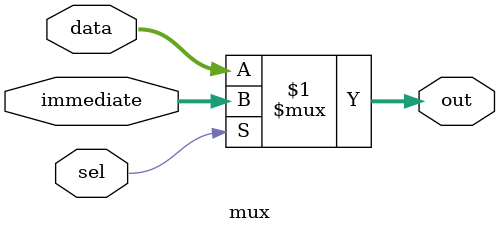
<source format=v>
module mux (data, immediate, sel, out);
  input [15:0] data;
  input [15:0] immediate;
  input sel;
  
  output [15:0] out;
  
  assign out = (sel) ? immediate : data;
  
endmodule

</source>
